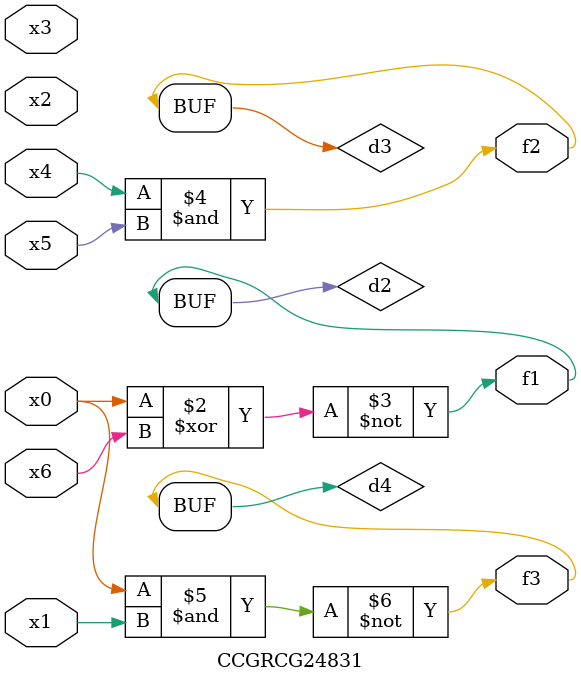
<source format=v>
module CCGRCG24831(
	input x0, x1, x2, x3, x4, x5, x6,
	output f1, f2, f3
);

	wire d1, d2, d3, d4;

	nor (d1, x0);
	xnor (d2, x0, x6);
	and (d3, x4, x5);
	nand (d4, x0, x1);
	assign f1 = d2;
	assign f2 = d3;
	assign f3 = d4;
endmodule

</source>
